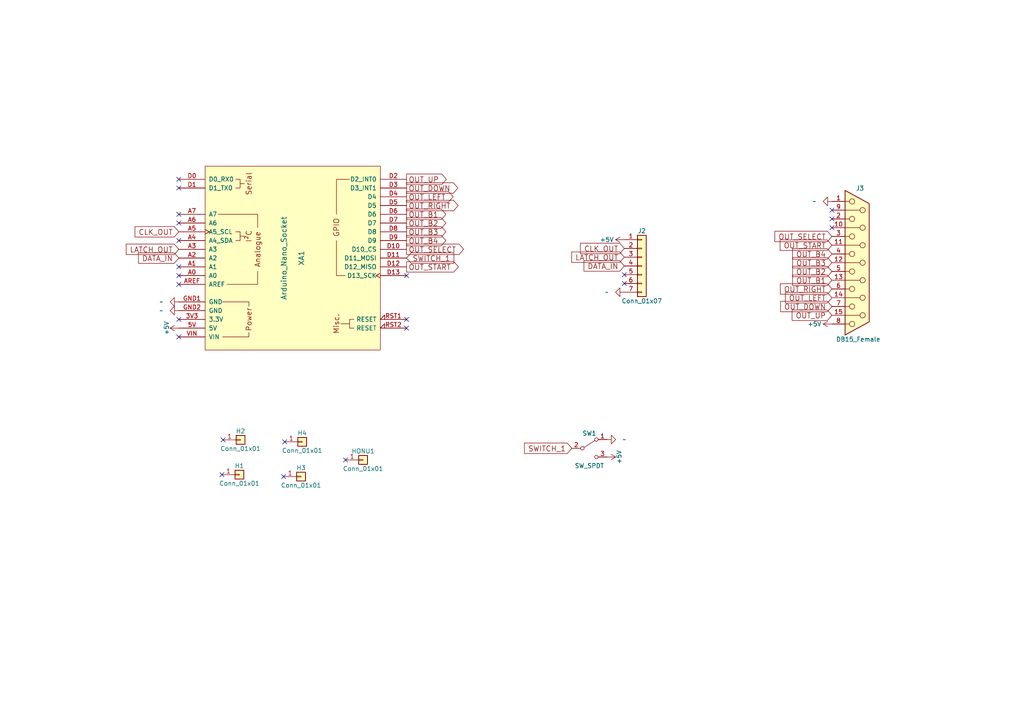
<source format=kicad_sch>
(kicad_sch (version 20230121) (generator eeschema)
  (paper "A4")
  (title_block (rev "1.1"))
  (lib_symbols
    (symbol "ControllerToJamma-rescue:+5V" (power) (pin_names (offset 0))
      (property "Value" "+5V" (at 0 3.556 0))
      (symbol "+5V_0_1"
        (polyline (pts (xy -0.762 1.27) (xy 0 2.54)))
        (polyline (pts (xy 0 0) (xy 0 2.54)))
        (polyline (pts (xy 0 2.54) (xy 0.762 1.27)))
      )
      (symbol "+5V_1_1"
        (pin power_in line (at 0 0 90) (length 0) hide (name "+5V") (number "1"))
      )
    )
    (symbol "ControllerToJamma-rescue:Conn_01x01" (pin_names (offset 1.016) hide)
      (property "Reference" "J" (at 0 2.54 0))
      (property "Value" "Conn_01x01" (at 0 -2.54 0))
      (symbol "Conn_01x01_1_1"
        (rectangle (start -1.27 0.127) (end 0 -0.127) (stroke (width 0.1524)))
        (rectangle (start -1.27 1.27) (end 1.27 -1.27) (stroke (width 0.254)) (fill (type background)))
        (pin passive line (at -5.08 0 0) (length 3.81) (name "Pin_1") (number "1"))
      )
    )
    (symbol "ControllerToJamma-rescue:Conn_01x07" (pin_names (offset 1.016) hide)
      (property "Reference" "J" (at 0 10.16 0))
      (property "Value" "Conn_01x07" (at 0 -10.16 0))
      (symbol "Conn_01x07_1_1"
        (rectangle (start -1.27 -7.493) (end 0 -7.747) (stroke (width 0.1524)))
        (rectangle (start -1.27 -4.953) (end 0 -5.207) (stroke (width 0.1524)))
        (rectangle (start -1.27 -2.413) (end 0 -2.667) (stroke (width 0.1524)))
        (rectangle (start -1.27 0.127) (end 0 -0.127) (stroke (width 0.1524)))
        (rectangle (start -1.27 2.667) (end 0 2.413) (stroke (width 0.1524)))
        (rectangle (start -1.27 5.207) (end 0 4.953) (stroke (width 0.1524)))
        (rectangle (start -1.27 7.747) (end 0 7.493) (stroke (width 0.1524)))
        (rectangle (start -1.27 8.89) (end 1.27 -8.89) (stroke (width 0.254)) (fill (type background)))
        (pin passive line (at -5.08 7.62 0) (length 3.81) (name "Pin_1") (number "1"))
        (pin passive line (at -5.08 5.08 0) (length 3.81) (name "Pin_2") (number "2"))
        (pin passive line (at -5.08 2.54 0) (length 3.81) (name "Pin_3") (number "3"))
        (pin passive line (at -5.08 0 0) (length 3.81) (name "Pin_4") (number "4"))
        (pin passive line (at -5.08 -2.54 0) (length 3.81) (name "Pin_5") (number "5"))
        (pin passive line (at -5.08 -5.08 0) (length 3.81) (name "Pin_6") (number "6"))
        (pin passive line (at -5.08 -7.62 0) (length 3.81) (name "Pin_7") (number "7"))
      )
    )
    (symbol "ControllerToJamma-rescue:DB15_Female" (pin_names (offset 1.016) hide)
      (property "Reference" "J" (at 0.508 21.59 0))
      (property "Value" "DB15_Female" (at 0 -22.225 0))
      (symbol "DB15_Female_0_1"
        (circle (center -1.778 -17.78) (radius 0.762))
        (circle (center -1.778 -12.7) (radius 0.762))
        (circle (center -1.778 -7.62) (radius 0.762))
        (circle (center -1.778 -2.54) (radius 0.762))
        (circle (center -1.778 2.54) (radius 0.762))
        (circle (center -1.778 7.62) (radius 0.762))
        (circle (center -1.778 12.7) (radius 0.762))
        (circle (center -1.778 17.78) (radius 0.762))
        (polyline (pts (xy -3.81 -17.78) (xy -2.54 -17.78)))
        (polyline (pts (xy -3.81 -15.24) (xy 0.508 -15.24)))
        (polyline (pts (xy -3.81 -12.7) (xy -2.54 -12.7)))
        (polyline (pts (xy -3.81 -10.16) (xy 0.508 -10.16)))
        (polyline (pts (xy -3.81 -7.62) (xy -2.54 -7.62)))
        (polyline (pts (xy -3.81 -5.08) (xy 0.508 -5.08)))
        (polyline (pts (xy -3.81 -2.54) (xy -2.54 -2.54)))
        (polyline (pts (xy -3.81 0) (xy 0.508 0)))
        (polyline (pts (xy -3.81 2.54) (xy -2.54 2.54)))
        (polyline (pts (xy -3.81 5.08) (xy 0.508 5.08)))
        (polyline (pts (xy -3.81 7.62) (xy -2.54 7.62)))
        (polyline (pts (xy -3.81 10.16) (xy 0.508 10.16)))
        (polyline (pts (xy -3.81 12.7) (xy -2.54 12.7)))
        (polyline (pts (xy -3.81 15.24) (xy 0.508 15.24)))
        (polyline (pts (xy -3.81 17.78) (xy -2.54 17.78)))
        (polyline (pts (xy -3.81 20.955) (xy 3.175 17.145) (xy 3.175 -17.145) (xy -3.81 -20.955) (xy -3.81 20.955)) (stroke (width 0.254)) (fill (type background)))
        (circle (center 1.27 -15.24) (radius 0.762))
        (circle (center 1.27 -10.16) (radius 0.762))
        (circle (center 1.27 -5.08) (radius 0.762))
        (circle (center 1.27 0) (radius 0.762))
        (circle (center 1.27 5.08) (radius 0.762))
        (circle (center 1.27 10.16) (radius 0.762))
        (circle (center 1.27 15.24) (radius 0.762))
      )
      (symbol "DB15_Female_1_1"
        (pin passive line (at -7.62 17.78 0) (length 3.81) (name "1") (number "1"))
        (pin passive line (at -7.62 10.16 0) (length 3.81) (name "P10") (number "10"))
        (pin passive line (at -7.62 5.08 0) (length 3.81) (name "P111") (number "11"))
        (pin passive line (at -7.62 0 0) (length 3.81) (name "P12") (number "12"))
        (pin passive line (at -7.62 -5.08 0) (length 3.81) (name "P13") (number "13"))
        (pin passive line (at -7.62 -10.16 0) (length 3.81) (name "P14") (number "14"))
        (pin passive line (at -7.62 -15.24 0) (length 3.81) (name "P15") (number "15"))
        (pin passive line (at -7.62 12.7 0) (length 3.81) (name "2") (number "2"))
        (pin passive line (at -7.62 7.62 0) (length 3.81) (name "3") (number "3"))
        (pin passive line (at -7.62 2.54 0) (length 3.81) (name "4") (number "4"))
        (pin passive line (at -7.62 -2.54 0) (length 3.81) (name "5") (number "5"))
        (pin passive line (at -7.62 -7.62 0) (length 3.81) (name "6") (number "6"))
        (pin passive line (at -7.62 -12.7 0) (length 3.81) (name "7") (number "7"))
        (pin passive line (at -7.62 -17.78 0) (length 3.81) (name "8") (number "8"))
        (pin passive line (at -7.62 15.24 0) (length 3.81) (name "P9") (number "9"))
      )
    )
    (symbol "ControllerToJamma-rescue:GND-RESCUE-Supergun" (power) (pin_names (offset 0))
      (property "Value" "GND-RESCUE-Supergun" (at 0 -5.08 0))
      (symbol "GND-RESCUE-Supergun_0_1"
        (polyline (pts (xy 0 0) (xy 0 -1.27) (xy 1.27 -1.27) (xy 0 -2.54) (xy -1.27 -1.27) (xy 0 -1.27)))
      )
      (symbol "GND-RESCUE-Supergun_1_1"
        (pin power_in line (at 0 0 270) (length 0) hide (name "~") (number "~"))
      )
    )
    (symbol "ControllerToJamma-rescue:SW_SPDT" (pin_names (offset 0) hide)
      (property "Reference" "SW" (at 0 4.318 0))
      (property "Value" "SW_SPDT" (at 0 -5.08 0))
      (symbol "SW_SPDT_0_0"
        (circle (center -2.032 0) (radius 0.508))
        (circle (center 2.032 -2.54) (radius 0.508))
      )
      (symbol "SW_SPDT_0_1"
        (polyline (pts (xy -1.524 0.254) (xy 1.651 2.286)))
        (circle (center 2.032 2.54) (radius 0.508))
      )
      (symbol "SW_SPDT_1_1"
        (pin passive line (at 5.08 2.54 180) (length 2.54) (name "A") (number "1"))
        (pin passive line (at -5.08 0 0) (length 2.54) (name "B") (number "2"))
        (pin passive line (at 5.08 -2.54 180) (length 2.54) (name "C") (number "3"))
      )
    )
    (symbol "arduino:Arduino_Nano_Socket" (pin_names (offset 1.016))
      (property "Reference" "XA" (at 2.54 0 90))
      (property "Value" "Arduino_Nano_Socket" (at -2.54 0 90))
      (symbol "Arduino_Nano_Socket_0_0"
        (rectangle (start -25.4 26.67) (end 25.4 -26.67) (fill (type background)))
        (polyline (pts (xy -15.24 6.35) (xy -13.97 6.35)))
        (polyline (pts (xy -15.24 21.59) (xy -13.97 21.59)))
        (polyline (pts (xy 16.51 -19.05) (xy 13.97 -19.05)))
        (polyline (pts (xy -20.32 -22.86) (xy -12.7 -22.86) (xy -12.7 -21.59)))
        (polyline (pts (xy -12.7 -13.97) (xy -12.7 -12.7) (xy -20.32 -12.7)))
        (polyline (pts (xy -16.51 7.62) (xy -15.24 7.62) (xy -15.24 5.08) (xy -16.51 5.08)))
        (polyline (pts (xy -16.51 22.86) (xy -15.24 22.86) (xy -15.24 20.32) (xy -16.51 20.32)))
        (text "Analogue" (at -10.16 2.54 900) (effects (font (size 1.524 1.524))))
        (text "I²C" (at -12.7 6.35 900) (effects (font (size 1.524 1.524))))
        (text "Misc." (at 12.7 -19.05 900) (effects (font (size 1.524 1.524))))
        (text "Power" (at -12.7 -17.78 900) (effects (font (size 1.524 1.524))))
        (text "Serial" (at -12.7 21.59 900) (effects (font (size 1.524 1.524))))
      )
      (symbol "Arduino_Nano_Socket_0_1"
        (polyline (pts (xy -21.59 12.7) (xy -10.16 12.7) (xy -10.16 8.89)))
        (polyline (pts (xy -19.05 -7.62) (xy -10.16 -7.62) (xy -10.16 -3.81)))
        (polyline (pts (xy 15.24 -5.08) (xy 12.7 -5.08) (xy 12.7 5.08)))
        (polyline (pts (xy 16.51 22.86) (xy 12.7 22.86) (xy 12.7 12.7)))
        (polyline (pts (xy 17.78 -17.78) (xy 16.51 -17.78) (xy 16.51 -20.32) (xy 17.78 -20.32)))
      )
      (symbol "Arduino_Nano_Socket_1_0"
        (text "GPIO" (at 12.7 8.89 900) (effects (font (size 1.524 1.524))))
      )
      (symbol "Arduino_Nano_Socket_1_1"
        (pin power_in line (at -33.02 -17.78 0) (length 7.62) (name "3.3V") (number "3V3"))
        (pin power_in line (at -33.02 -20.32 0) (length 7.62) (name "5V") (number "5V"))
        (pin bidirectional line (at -33.02 -5.08 0) (length 7.62) (name "A0") (number "A0"))
        (pin bidirectional line (at -33.02 -2.54 0) (length 7.62) (name "A1") (number "A1"))
        (pin bidirectional line (at -33.02 0 0) (length 7.62) (name "A2") (number "A2"))
        (pin bidirectional line (at -33.02 2.54 0) (length 7.62) (name "A3") (number "A3"))
        (pin bidirectional line (at -33.02 5.08 0) (length 7.62) (name "A4_SDA") (number "A4"))
        (pin bidirectional clock (at -33.02 7.62 0) (length 7.62) (name "A5_SCL") (number "A5"))
        (pin input line (at -33.02 10.16 0) (length 7.62) (name "A6") (number "A6"))
        (pin input line (at -33.02 12.7 0) (length 7.62) (name "A7") (number "A7"))
        (pin input line (at -33.02 -7.62 0) (length 7.62) (name "AREF") (number "AREF"))
        (pin bidirectional line (at -33.02 22.86 0) (length 7.62) (name "D0_RX0") (number "D0"))
        (pin bidirectional line (at -33.02 20.32 0) (length 7.62) (name "D1_TX0") (number "D1"))
        (pin bidirectional line (at 33.02 2.54 180) (length 7.62) (name "D10_CS") (number "D10"))
        (pin bidirectional line (at 33.02 0 180) (length 7.62) (name "D11_MOSI") (number "D11"))
        (pin bidirectional line (at 33.02 -2.54 180) (length 7.62) (name "D12_MISO") (number "D12"))
        (pin bidirectional clock (at 33.02 -5.08 180) (length 7.62) (name "D13_SCK") (number "D13"))
        (pin bidirectional line (at 33.02 22.86 180) (length 7.62) (name "D2_INT0") (number "D2"))
        (pin bidirectional line (at 33.02 20.32 180) (length 7.62) (name "D3_INT1") (number "D3"))
        (pin bidirectional line (at 33.02 17.78 180) (length 7.62) (name "D4") (number "D4"))
        (pin bidirectional line (at 33.02 15.24 180) (length 7.62) (name "D5") (number "D5"))
        (pin bidirectional line (at 33.02 12.7 180) (length 7.62) (name "D6") (number "D6"))
        (pin bidirectional line (at 33.02 10.16 180) (length 7.62) (name "D7") (number "D7"))
        (pin bidirectional line (at 33.02 7.62 180) (length 7.62) (name "D8") (number "D8"))
        (pin bidirectional line (at 33.02 5.08 180) (length 7.62) (name "D9") (number "D9"))
        (pin power_in line (at -33.02 -12.7 0) (length 7.62) (name "GND") (number "GND1"))
        (pin power_in line (at -33.02 -15.24 0) (length 7.62) (name "GND") (number "GND2"))
        (pin open_collector input_low (at 33.02 -17.78 180) (length 7.62) (name "RESET") (number "RST1"))
        (pin open_collector input_low (at 33.02 -20.32 180) (length 7.62) (name "RESET") (number "RST2"))
        (pin power_in line (at -33.02 -22.86 0) (length 7.62) (name "VIN") (number "VIN"))
      )
    )
  )
  (no_connect (at 117.9068 92.6338))
  (no_connect (at 51.8668 62.1538))
  (no_connect (at 241.3 63.5))
  (no_connect (at 117.9068 95.1738))
  (no_connect (at 51.8668 92.6338))
  (no_connect (at 64.3636 137.668))
  (no_connect (at 51.8668 82.4738))
  (no_connect (at 181.0766 82.2198))
  (no_connect (at 51.8668 51.9938))
  (no_connect (at 51.8668 69.7738))
  (no_connect (at 241.3 60.96))
  (no_connect (at 181.0766 79.6798))
  (no_connect (at 241.3 66.04))
  (no_connect (at 64.6938 127.5842))
  (no_connect (at 51.8668 64.6938))
  (no_connect (at 51.8668 54.5338))
  (no_connect (at 82.2452 138.2268))
  (no_connect (at 100.2284 133.4008))
  (no_connect (at 51.8668 97.7138))
  (no_connect (at 82.5754 128.143))
  (no_connect (at 117.9068 79.9338))
  (no_connect (at 51.8668 77.3938))
  (no_connect (at 51.8668 79.9338))
  (global_label "OUT_B2" (shape output) (at 117.9068 64.6938 0) (effects (font (size 1.524 1.524))) (property "Intersheetrefs" "${INTERSHEET_REFS}" (effects hide)))
  (global_label "SWITCH_1" (shape input) (at 117.9068 74.8538 0) (effects (font (size 1.524 1.524))) (property "Intersheetrefs" "${INTERSHEET_REFS}" (effects hide)))
  (global_label "OUT_UP" (shape output) (at 117.9068 51.9938 0) (effects (font (size 1.524 1.524))) (property "Intersheetrefs" "${INTERSHEET_REFS}" (effects hide)))
  (global_label "LATCH_OUT" (shape input) (at 181.0766 74.5998 180) (effects (font (size 1.524 1.524))) (property "Intersheetrefs" "${INTERSHEET_REFS}" (effects hide)))
  (global_label "OUT_RIGHT" (shape output) (at 117.9068 59.6138 0) (effects (font (size 1.524 1.524))) (property "Intersheetrefs" "${INTERSHEET_REFS}" (effects hide)))
  (global_label "OUT_LEFT" (shape output) (at 117.9068 57.0738 0) (effects (font (size 1.524 1.524))) (property "Intersheetrefs" "${INTERSHEET_REFS}" (effects hide)))
  (global_label "OUT_START" (shape output) (at 117.9068 77.3938 0) (effects (font (size 1.524 1.524))) (property "Intersheetrefs" "${INTERSHEET_REFS}" (effects hide)))
  (global_label "LATCH_OUT" (shape input) (at 51.8668 72.3138 180) (effects (font (size 1.524 1.524))) (property "Intersheetrefs" "${INTERSHEET_REFS}" (effects hide)))
  (global_label "OUT_B3" (shape input) (at 241.3 76.2 180) (effects (font (size 1.524 1.524))) (property "Intersheetrefs" "${INTERSHEET_REFS}" (effects hide)))
  (global_label "OUT_B1" (shape input) (at 241.3 81.28 180) (effects (font (size 1.524 1.524))) (property "Intersheetrefs" "${INTERSHEET_REFS}" (effects hide)))
  (global_label "OUT_START" (shape input) (at 241.3 71.12 180) (effects (font (size 1.524 1.524))) (property "Intersheetrefs" "${INTERSHEET_REFS}" (effects hide)))
  (global_label "DATA_IN" (shape input) (at 181.0766 77.1398 180) (effects (font (size 1.524 1.524))) (property "Intersheetrefs" "${INTERSHEET_REFS}" (effects hide)))
  (global_label "DATA_IN" (shape input) (at 51.8668 74.8538 180) (effects (font (size 1.524 1.524))) (property "Intersheetrefs" "${INTERSHEET_REFS}" (effects hide)))
  (global_label "OUT_B2" (shape input) (at 241.3 78.74 180) (effects (font (size 1.524 1.524))) (property "Intersheetrefs" "${INTERSHEET_REFS}" (effects hide)))
  (global_label "OUT_B3" (shape output) (at 117.9068 67.2338 0) (effects (font (size 1.524 1.524))) (property "Intersheetrefs" "${INTERSHEET_REFS}" (effects hide)))
  (global_label "OUT_B4" (shape input) (at 241.3 73.66 180) (effects (font (size 1.524 1.524))) (property "Intersheetrefs" "${INTERSHEET_REFS}" (effects hide)))
  (global_label "SWITCH_1" (shape input) (at 165.862 130.0226 180) (effects (font (size 1.524 1.524))) (property "Intersheetrefs" "${INTERSHEET_REFS}" (effects hide)))
  (global_label "OUT_B4" (shape output) (at 117.9068 69.7738 0) (effects (font (size 1.524 1.524))) (property "Intersheetrefs" "${INTERSHEET_REFS}" (effects hide)))
  (global_label "OUT_UP" (shape input) (at 241.3 91.44 180) (effects (font (size 1.524 1.524))) (property "Intersheetrefs" "${INTERSHEET_REFS}" (effects hide)))
  (global_label "CLK_OUT" (shape input) (at 51.8668 67.2338 180) (effects (font (size 1.524 1.524))) (property "Intersheetrefs" "${INTERSHEET_REFS}" (effects hide)))
  (global_label "OUT_RIGHT" (shape input) (at 241.3 83.82 180) (effects (font (size 1.524 1.524))) (property "Intersheetrefs" "${INTERSHEET_REFS}" (effects hide)))
  (global_label "OUT_SELECT" (shape output) (at 117.9068 72.3138 0) (effects (font (size 1.524 1.524))) (property "Intersheetrefs" "${INTERSHEET_REFS}" (effects hide)))
  (global_label "CLK_OUT" (shape input) (at 181.0766 72.0598 180) (effects (font (size 1.524 1.524))) (property "Intersheetrefs" "${INTERSHEET_REFS}" (effects hide)))
  (global_label "OUT_DOWN" (shape output) (at 117.9068 54.5338 0) (effects (font (size 1.524 1.524))) (property "Intersheetrefs" "${INTERSHEET_REFS}" (effects hide)))
  (global_label "OUT_B1" (shape output) (at 117.9068 62.1538 0) (effects (font (size 1.524 1.524))) (property "Intersheetrefs" "${INTERSHEET_REFS}" (effects hide)))
  (global_label "OUT_DOWN" (shape input) (at 241.3 88.9 180) (effects (font (size 1.524 1.524))) (property "Intersheetrefs" "${INTERSHEET_REFS}" (effects hide)))
  (global_label "OUT_LEFT" (shape input) (at 241.3 86.36 180) (effects (font (size 1.524 1.524))) (property "Intersheetrefs" "${INTERSHEET_REFS}" (effects hide)))
  (global_label "OUT_SELECT" (shape input) (at 241.3 68.58 180) (effects (font (size 1.524 1.524))) (property "Intersheetrefs" "${INTERSHEET_REFS}" (effects hide)))
  (symbol (lib_id "ControllerToJamma-rescue:DB15_Female") (at 248.92 76.2 0) (unit 1)
    (property "Reference" "J3" (at 249.428 54.61 0))
    (property "Value" "DB15_Female" (at 248.92 98.425 0))
    (property "Footprint" "Connectors_DSub:DSUB-15_Female_Horizontal_Pitch2.77x2.84mm_EdgePinOffset4.94mm_Housed_MountingHolesOffset7.48mm" (effects hide))
  )
  (symbol (lib_id "ControllerToJamma-rescue:GND-RESCUE-Supergun") (at 241.3 58.42 270) (unit 1)
    (property "Reference" "#PWR015" (effects hide))
    (property "Value" "GND" (at 236.22 58.42 90))
  )
  (symbol (lib_id "ControllerToJamma-rescue:+5V") (at 241.3 93.98 90) (unit 1)
    (property "Reference" "#PWR016" (effects hide))
    (property "Value" "+5V" (at 236.22 93.98 90))
  )
  (symbol (lib_id "arduino:Arduino_Nano_Socket") (at 84.8868 74.8538 0) (unit 1)
    (property "Reference" "XA1" (at 87.4268 74.8538 90) (effects (font (size 1.524 1.524))))
    (property "Value" "Arduino_Nano_Socket" (at 82.3468 74.8538 90) (effects (font (size 1.524 1.524))))
    (property "Footprint" "Arduino:Arduino_Nano_Socket" (effects hide))
  )
  (symbol (lib_id "ControllerToJamma-rescue:+5V") (at 51.8668 95.1738 90) (unit 1)
    (property "Reference" "#PWR03" (effects hide))
    (property "Value" "+5V" (at 48.3108 95.1738 0))
  )
  (symbol (lib_id "ControllerToJamma-rescue:GND-RESCUE-Supergun") (at 51.8668 90.0938 270) (unit 1)
    (property "Reference" "#PWR02" (effects hide))
    (property "Value" "GND" (at 46.7868 90.0938 90))
  )
  (symbol (lib_id "ControllerToJamma-rescue:GND-RESCUE-Supergun") (at 51.8668 87.5538 270) (unit 1)
    (property "Reference" "#PWR01" (effects hide))
    (property "Value" "GND" (at 46.7868 87.5538 90))
  )
  (symbol (lib_id "ControllerToJamma-rescue:Conn_01x07") (at 186.1566 77.1398 0) (unit 1)
    (property "Reference" "J2" (at 186.1566 66.9798 0))
    (property "Value" "Conn_01x07" (at 186.1566 87.2998 0))
    (property "Footprint" "SNES_Controller_Port:SNES_controller_port" (effects hide))
  )
  (symbol (lib_id "ControllerToJamma-rescue:GND-RESCUE-Supergun") (at 181.0766 84.7598 270) (unit 1)
    (property "Reference" "#PWR011" (effects hide))
    (property "Value" "GND" (at 175.9966 84.7598 90))
  )
  (symbol (lib_id "ControllerToJamma-rescue:+5V") (at 181.0766 69.5198 90) (unit 1)
    (property "Reference" "#PWR010" (effects hide))
    (property "Value" "+5V" (at 175.9966 69.5198 90))
  )
  (symbol (lib_id "ControllerToJamma-rescue:SW_SPDT") (at 170.942 130.0226 0) (unit 1)
    (property "Reference" "SW1" (at 170.942 125.7046 0))
    (property "Value" "SW_SPDT" (at 170.942 135.1026 0))
    (property "Footprint" "JS202011CQN:JS202011CQN" (effects hide))
  )
  (symbol (lib_id "ControllerToJamma-rescue:Conn_01x01") (at 87.3252 138.2268 0) (unit 1)
    (property "Reference" "H3" (at 87.3252 135.6868 0))
    (property "Value" "Conn_01x01" (at 87.3252 140.7668 0))
    (property "Footprint" "MountingHole:MountingHole_2.5mm" (effects hide))
  )
  (symbol (lib_id "ControllerToJamma-rescue:+5V") (at 176.022 132.5626 270) (unit 1)
    (property "Reference" "#PWR05" (effects hide))
    (property "Value" "+5V" (at 179.578 132.5626 0))
  )
  (symbol (lib_id "ControllerToJamma-rescue:Conn_01x01") (at 105.3084 133.4008 0) (unit 1)
    (property "Reference" "HONU1" (at 105.3084 130.8608 0))
    (property "Value" "Conn_01x01" (at 105.3084 135.9408 0))
    (property "Footprint" "tortule:logo" (effects hide))
  )
  (symbol (lib_id "ControllerToJamma-rescue:GND-RESCUE-Supergun") (at 176.022 127.4826 90) (unit 1)
    (property "Reference" "#PWR04" (effects hide))
    (property "Value" "GND" (at 181.102 127.4826 90))
  )
  (symbol (lib_id "ControllerToJamma-rescue:Conn_01x01") (at 87.6554 128.143 0) (unit 1)
    (property "Reference" "H4" (at 87.6554 125.603 0))
    (property "Value" "Conn_01x01" (at 87.6554 130.683 0))
    (property "Footprint" "MountingHole:MountingHole_2.5mm" (effects hide))
  )
  (symbol (lib_id "ControllerToJamma-rescue:Conn_01x01") (at 69.4436 137.668 0) (unit 1)
    (property "Reference" "H1" (at 69.4436 135.128 0))
    (property "Value" "Conn_01x01" (at 69.4436 140.208 0))
    (property "Footprint" "MountingHole:MountingHole_2.5mm" (effects hide))
  )
  (symbol (lib_id "ControllerToJamma-rescue:Conn_01x01") (at 69.7738 127.5842 0) (unit 1)
    (property "Reference" "H2" (at 69.7738 125.0442 0))
    (property "Value" "Conn_01x01" (at 69.7738 130.1242 0))
    (property "Footprint" "MountingHole:MountingHole_2.5mm" (effects hide))
  )
)
</source>
